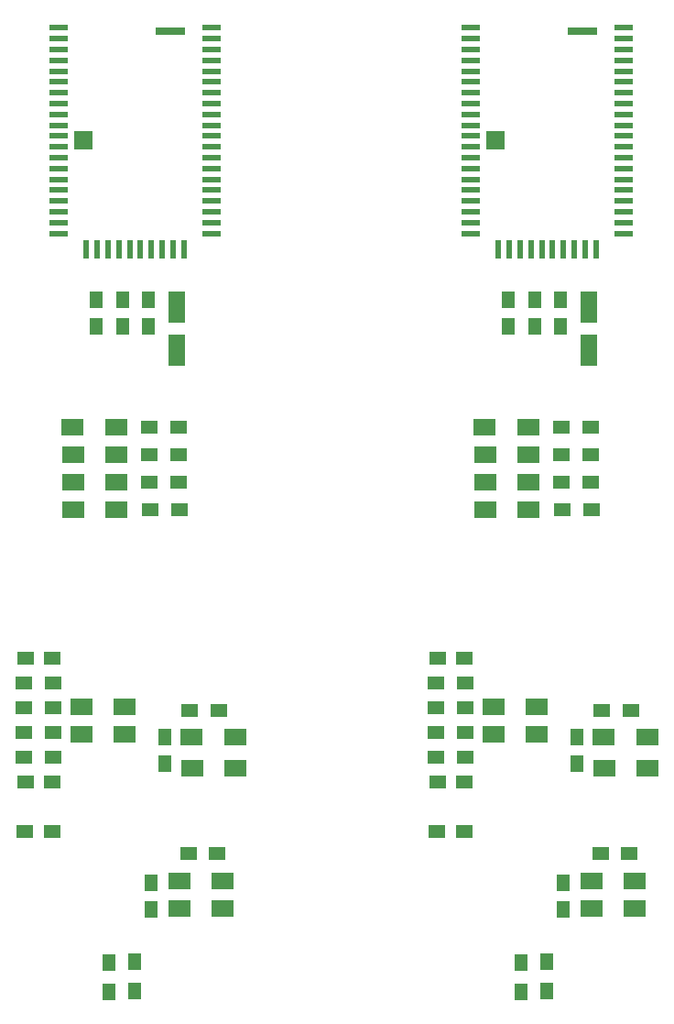
<source format=gbr>
%TF.GenerationSoftware,KiCad,Pcbnew,6.0.10-86aedd382b~118~ubuntu22.04.1*%
%TF.CreationDate,2022-12-28T16:13:35+01:00*%
%TF.ProjectId,BM83_breadboard_adapter_panel,424d3833-5f62-4726-9561-64626f617264,rev?*%
%TF.SameCoordinates,Original*%
%TF.FileFunction,Paste,Bot*%
%TF.FilePolarity,Positive*%
%FSLAX46Y46*%
G04 Gerber Fmt 4.6, Leading zero omitted, Abs format (unit mm)*
G04 Created by KiCad (PCBNEW 6.0.10-86aedd382b~118~ubuntu22.04.1) date 2022-12-28 16:13:35*
%MOMM*%
%LPD*%
G01*
G04 APERTURE LIST*
%ADD10R,1.500000X1.300000*%
%ADD11R,2.000000X1.600000*%
%ADD12R,1.250000X1.500000*%
%ADD13R,1.300000X1.500000*%
%ADD14R,1.500000X1.250000*%
%ADD15R,1.501140X2.999740*%
%ADD16R,1.700000X0.600000*%
%ADD17R,0.600000X1.700000*%
%ADD18R,1.780000X1.780000*%
%ADD19R,2.790000X0.760000*%
G04 APERTURE END LIST*
D10*
%TO.C,R5*%
X204334800Y-150545800D03*
X201634800Y-150545800D03*
%TD*%
D11*
%TO.C,C1*%
X210171800Y-124891800D03*
X206171800Y-124891800D03*
%TD*%
D10*
%TO.C,R11*%
X215872800Y-122351800D03*
X213172800Y-122351800D03*
%TD*%
D11*
%TO.C,C11*%
X206953800Y-148132800D03*
X210953800Y-148132800D03*
%TD*%
D12*
%TO.C,C19*%
X213410800Y-166888800D03*
X213410800Y-164388800D03*
%TD*%
D13*
%TO.C,R9*%
X209473800Y-174454800D03*
X209473800Y-171754800D03*
%TD*%
D11*
%TO.C,C20*%
X220014800Y-166801800D03*
X216014800Y-166801800D03*
%TD*%
%TO.C,C21*%
X220014800Y-164261800D03*
X216014800Y-164261800D03*
%TD*%
D10*
%TO.C,R2*%
X215919800Y-124891800D03*
X213219800Y-124891800D03*
%TD*%
D14*
%TO.C,C6*%
X204266800Y-155117800D03*
X201766800Y-155117800D03*
%TD*%
%TO.C,C5*%
X204266800Y-143687800D03*
X201766800Y-143687800D03*
%TD*%
%TO.C,C9*%
X204226800Y-159689800D03*
X201726800Y-159689800D03*
%TD*%
D15*
%TO.C,C8*%
X215760300Y-111228820D03*
X215760300Y-115226780D03*
%TD*%
D11*
%TO.C,C10*%
X210953800Y-150672800D03*
X206953800Y-150672800D03*
%TD*%
D13*
%TO.C,R8*%
X211886800Y-174374800D03*
X211886800Y-171674800D03*
%TD*%
D10*
%TO.C,R7*%
X201634800Y-152831800D03*
X204334800Y-152831800D03*
%TD*%
D12*
%TO.C,C16*%
X214680800Y-153446800D03*
X214680800Y-150946800D03*
%TD*%
D11*
%TO.C,C4*%
X221125800Y-150926800D03*
X217125800Y-150926800D03*
%TD*%
D10*
%TO.C,R12*%
X215919800Y-127431800D03*
X213219800Y-127431800D03*
%TD*%
%TO.C,R3*%
X215999800Y-129971800D03*
X213299800Y-129971800D03*
%TD*%
D11*
%TO.C,C17*%
X210124800Y-122351800D03*
X206124800Y-122351800D03*
%TD*%
%TO.C,C2*%
X210187800Y-129971800D03*
X206187800Y-129971800D03*
%TD*%
%TO.C,C18*%
X210171800Y-127431800D03*
X206171800Y-127431800D03*
%TD*%
D10*
%TO.C,R1*%
X204334800Y-148259800D03*
X201634800Y-148259800D03*
%TD*%
%TO.C,R6*%
X201634800Y-145973800D03*
X204334800Y-145973800D03*
%TD*%
D11*
%TO.C,C3*%
X221157800Y-153847800D03*
X217157800Y-153847800D03*
%TD*%
D12*
%TO.C,C14*%
X210743800Y-110560800D03*
X210743800Y-113060800D03*
%TD*%
%TO.C,C7*%
X213156800Y-110560800D03*
X213156800Y-113060800D03*
%TD*%
%TO.C,C13*%
X208330800Y-110560800D03*
X208330800Y-113060800D03*
%TD*%
D10*
%TO.C,R4*%
X216966800Y-148513800D03*
X219666800Y-148513800D03*
%TD*%
D16*
%TO.C,U1*%
X218993800Y-85449800D03*
X218993800Y-86449800D03*
X218993800Y-87449800D03*
X218993800Y-88449800D03*
X218993800Y-89449800D03*
X218993800Y-90449800D03*
X218993800Y-91449800D03*
X218993800Y-92449800D03*
X218993800Y-93449800D03*
X218993800Y-94449800D03*
X218993800Y-95449800D03*
X218993800Y-96449800D03*
X218993800Y-97449800D03*
X218993800Y-98449800D03*
X218993800Y-99449800D03*
X218993800Y-100449800D03*
X218993800Y-101449800D03*
X218993800Y-102449800D03*
X218993800Y-103449800D03*
X218993800Y-104449800D03*
D17*
X216393800Y-105949800D03*
X215393800Y-105949800D03*
X214393800Y-105949800D03*
X213393800Y-105949800D03*
X212393800Y-105949800D03*
X211393800Y-105949800D03*
X210393800Y-105949800D03*
X209393800Y-105949800D03*
X208393800Y-105949800D03*
X207393800Y-105949800D03*
D16*
X204793800Y-104449800D03*
X204793800Y-103449800D03*
X204793800Y-102449800D03*
X204793800Y-101449800D03*
X204793800Y-100449800D03*
X204793800Y-99449800D03*
X204793800Y-98449800D03*
X204793800Y-97449800D03*
X204793800Y-96449800D03*
X204793800Y-95449800D03*
X204793800Y-94449800D03*
X204793800Y-93449800D03*
X204793800Y-92449800D03*
X204793800Y-91449800D03*
X204793800Y-90449800D03*
X204793800Y-89449800D03*
X204793800Y-88449800D03*
X204793800Y-87449800D03*
X204793800Y-86449800D03*
X204793800Y-85449800D03*
D18*
X207123800Y-95879800D03*
D19*
X215183800Y-85769800D03*
%TD*%
D10*
%TO.C,R13*%
X216806800Y-161721800D03*
X219506800Y-161721800D03*
%TD*%
D12*
%TO.C,C16*%
X176580800Y-153446800D03*
X176580800Y-150946800D03*
%TD*%
D11*
%TO.C,C3*%
X183057800Y-153847800D03*
X179057800Y-153847800D03*
%TD*%
D12*
%TO.C,C14*%
X172643800Y-110560800D03*
X172643800Y-113060800D03*
%TD*%
D10*
%TO.C,R6*%
X163534800Y-145973800D03*
X166234800Y-145973800D03*
%TD*%
%TO.C,R7*%
X163534800Y-152831800D03*
X166234800Y-152831800D03*
%TD*%
%TO.C,R12*%
X177819800Y-127431800D03*
X175119800Y-127431800D03*
%TD*%
D11*
%TO.C,C4*%
X183025800Y-150926800D03*
X179025800Y-150926800D03*
%TD*%
D10*
%TO.C,R5*%
X166234800Y-150545800D03*
X163534800Y-150545800D03*
%TD*%
D11*
%TO.C,C18*%
X172071800Y-127431800D03*
X168071800Y-127431800D03*
%TD*%
%TO.C,C2*%
X172087800Y-129971800D03*
X168087800Y-129971800D03*
%TD*%
D10*
%TO.C,R3*%
X177899800Y-129971800D03*
X175199800Y-129971800D03*
%TD*%
D11*
%TO.C,C1*%
X172071800Y-124891800D03*
X168071800Y-124891800D03*
%TD*%
D12*
%TO.C,C7*%
X175056800Y-110560800D03*
X175056800Y-113060800D03*
%TD*%
D13*
%TO.C,R8*%
X173786800Y-174374800D03*
X173786800Y-171674800D03*
%TD*%
D15*
%TO.C,C8*%
X177660300Y-111228820D03*
X177660300Y-115226780D03*
%TD*%
D11*
%TO.C,C17*%
X172024800Y-122351800D03*
X168024800Y-122351800D03*
%TD*%
D14*
%TO.C,C9*%
X166126800Y-159689800D03*
X163626800Y-159689800D03*
%TD*%
D10*
%TO.C,R13*%
X178706800Y-161721800D03*
X181406800Y-161721800D03*
%TD*%
D12*
%TO.C,C13*%
X170230800Y-110560800D03*
X170230800Y-113060800D03*
%TD*%
D11*
%TO.C,C20*%
X181914800Y-166801800D03*
X177914800Y-166801800D03*
%TD*%
D13*
%TO.C,R9*%
X171373800Y-174454800D03*
X171373800Y-171754800D03*
%TD*%
D14*
%TO.C,C6*%
X166166800Y-155117800D03*
X163666800Y-155117800D03*
%TD*%
D11*
%TO.C,C21*%
X181914800Y-164261800D03*
X177914800Y-164261800D03*
%TD*%
D10*
%TO.C,R1*%
X166234800Y-148259800D03*
X163534800Y-148259800D03*
%TD*%
D11*
%TO.C,C11*%
X168853800Y-148132800D03*
X172853800Y-148132800D03*
%TD*%
D10*
%TO.C,R2*%
X177819800Y-124891800D03*
X175119800Y-124891800D03*
%TD*%
D14*
%TO.C,C5*%
X166166800Y-143687800D03*
X163666800Y-143687800D03*
%TD*%
D12*
%TO.C,C19*%
X175310800Y-166888800D03*
X175310800Y-164388800D03*
%TD*%
D11*
%TO.C,C10*%
X172853800Y-150672800D03*
X168853800Y-150672800D03*
%TD*%
D16*
%TO.C,U1*%
X180893800Y-85449800D03*
X180893800Y-86449800D03*
X180893800Y-87449800D03*
X180893800Y-88449800D03*
X180893800Y-89449800D03*
X180893800Y-90449800D03*
X180893800Y-91449800D03*
X180893800Y-92449800D03*
X180893800Y-93449800D03*
X180893800Y-94449800D03*
X180893800Y-95449800D03*
X180893800Y-96449800D03*
X180893800Y-97449800D03*
X180893800Y-98449800D03*
X180893800Y-99449800D03*
X180893800Y-100449800D03*
X180893800Y-101449800D03*
X180893800Y-102449800D03*
X180893800Y-103449800D03*
X180893800Y-104449800D03*
D17*
X178293800Y-105949800D03*
X177293800Y-105949800D03*
X176293800Y-105949800D03*
X175293800Y-105949800D03*
X174293800Y-105949800D03*
X173293800Y-105949800D03*
X172293800Y-105949800D03*
X171293800Y-105949800D03*
X170293800Y-105949800D03*
X169293800Y-105949800D03*
D16*
X166693800Y-104449800D03*
X166693800Y-103449800D03*
X166693800Y-102449800D03*
X166693800Y-101449800D03*
X166693800Y-100449800D03*
X166693800Y-99449800D03*
X166693800Y-98449800D03*
X166693800Y-97449800D03*
X166693800Y-96449800D03*
X166693800Y-95449800D03*
X166693800Y-94449800D03*
X166693800Y-93449800D03*
X166693800Y-92449800D03*
X166693800Y-91449800D03*
X166693800Y-90449800D03*
X166693800Y-89449800D03*
X166693800Y-88449800D03*
X166693800Y-87449800D03*
X166693800Y-86449800D03*
X166693800Y-85449800D03*
D18*
X169023800Y-95879800D03*
D19*
X177083800Y-85769800D03*
%TD*%
D10*
%TO.C,R11*%
X177772800Y-122351800D03*
X175072800Y-122351800D03*
%TD*%
%TO.C,R4*%
X178866800Y-148513800D03*
X181566800Y-148513800D03*
%TD*%
M02*

</source>
